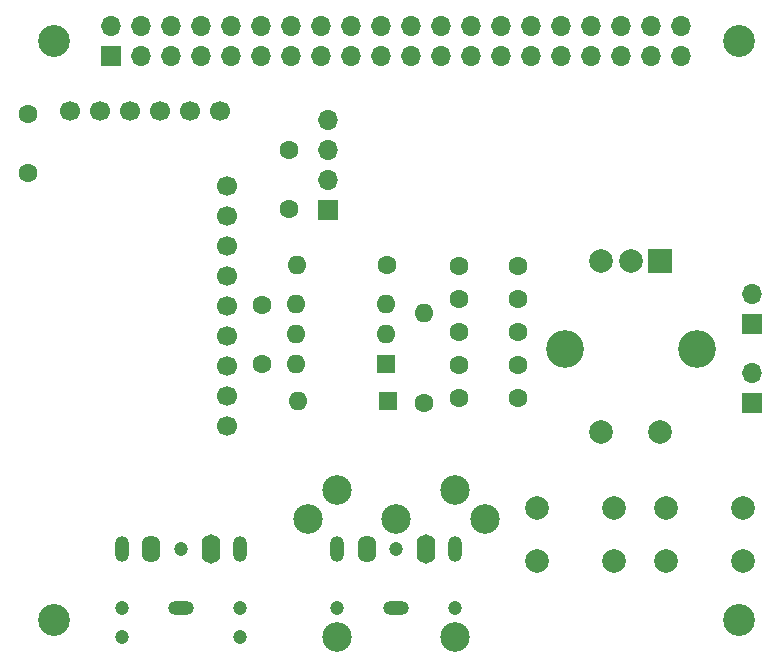
<source format=gts>
G04 #@! TF.GenerationSoftware,KiCad,Pcbnew,8.0.7*
G04 #@! TF.CreationDate,2025-09-13T14:37:32+01:00*
G04 #@! TF.ProjectId,RPi-MiniDexed-IOBoard,5250692d-4d69-46e6-9944-657865642d49,rev?*
G04 #@! TF.SameCoordinates,Original*
G04 #@! TF.FileFunction,Soldermask,Top*
G04 #@! TF.FilePolarity,Negative*
%FSLAX46Y46*%
G04 Gerber Fmt 4.6, Leading zero omitted, Abs format (unit mm)*
G04 Created by KiCad (PCBNEW 8.0.7) date 2025-09-13 14:37:32*
%MOMM*%
%LPD*%
G01*
G04 APERTURE LIST*
%ADD10C,2.700000*%
%ADD11C,2.000000*%
%ADD12R,2.000000X2.000000*%
%ADD13C,3.200000*%
%ADD14R,1.700000X1.700000*%
%ADD15O,1.700000X1.700000*%
%ADD16C,1.600000*%
%ADD17O,1.600000X1.600000*%
%ADD18C,1.700000*%
%ADD19R,1.600000X1.600000*%
%ADD20C,1.200000*%
%ADD21O,1.200000X2.200000*%
%ADD22O,1.600000X2.300000*%
%ADD23O,2.200000X1.200000*%
%ADD24O,1.600000X2.500000*%
%ADD25C,2.499360*%
G04 APERTURE END LIST*
D10*
X203500000Y-97500000D03*
X261500000Y-97500000D03*
X203500000Y-146500000D03*
X261500000Y-146500000D03*
D11*
X244405000Y-137046000D03*
X250905000Y-137046000D03*
X244405000Y-141546000D03*
X250905000Y-141546000D03*
D12*
X254852000Y-116121000D03*
D11*
X249852000Y-116121000D03*
X252352000Y-116121000D03*
D13*
X257952000Y-123621000D03*
X246752000Y-123621000D03*
D11*
X249852000Y-130621000D03*
X254852000Y-130621000D03*
D14*
X262602000Y-121475000D03*
D15*
X262602000Y-118935000D03*
D16*
X231712000Y-116496000D03*
D17*
X224092000Y-116496000D03*
D16*
X242852000Y-122171000D03*
X237852000Y-122171000D03*
X242852000Y-116571000D03*
X237852000Y-116571000D03*
D18*
X217552000Y-103421000D03*
X215012000Y-103421000D03*
X212472000Y-103421000D03*
X209932000Y-103421000D03*
X207392000Y-103421000D03*
X204852000Y-103421000D03*
X218187000Y-130091000D03*
X218187000Y-127551000D03*
X218187000Y-125011000D03*
X218187000Y-122471000D03*
X218187000Y-119931000D03*
X218187000Y-117391000D03*
X218187000Y-114851000D03*
X218187000Y-112311000D03*
X218187000Y-109771000D03*
D16*
X221102000Y-124821000D03*
X221102000Y-119821000D03*
D19*
X231777000Y-127971000D03*
D17*
X224157000Y-127971000D03*
D16*
X234877000Y-128121000D03*
D17*
X234877000Y-120501000D03*
D16*
X242852000Y-127771000D03*
X237852000Y-127771000D03*
D14*
X226752000Y-111786000D03*
D15*
X226752000Y-109246000D03*
X226752000Y-106706000D03*
X226752000Y-104166000D03*
D11*
X255327000Y-137046000D03*
X261827000Y-137046000D03*
X255327000Y-141546000D03*
X261827000Y-141546000D03*
D19*
X231602000Y-124896000D03*
D17*
X231602000Y-122356000D03*
X231602000Y-119816000D03*
X223982000Y-119816000D03*
X223982000Y-122356000D03*
X223982000Y-124896000D03*
D20*
X209277000Y-145482000D03*
X209277000Y-147982000D03*
X214277000Y-140482000D03*
X219277000Y-145482000D03*
X219277000Y-147982000D03*
D21*
X209277000Y-140482000D03*
D22*
X211777000Y-140482000D03*
D23*
X214277000Y-145482000D03*
D21*
X219277000Y-140482000D03*
D24*
X216777000Y-140482000D03*
D14*
X262602000Y-128146000D03*
D15*
X262602000Y-125606000D03*
D16*
X201327000Y-103721000D03*
X201327000Y-108721000D03*
X242852000Y-119371000D03*
X237852000Y-119371000D03*
D25*
X227510740Y-147997440D03*
D20*
X227512000Y-145489740D03*
X232512000Y-140489740D03*
X237512000Y-145489740D03*
D25*
X237513260Y-147997440D03*
X240010080Y-138002540D03*
X232512000Y-138000000D03*
D23*
X232512000Y-145489740D03*
D25*
X225013920Y-138002540D03*
D21*
X227512000Y-140489740D03*
D25*
X237508180Y-135500640D03*
X227515820Y-135500640D03*
D21*
X237512000Y-140489740D03*
D22*
X230012000Y-140489740D03*
D24*
X235012000Y-140489740D03*
D16*
X242852000Y-124971000D03*
X237852000Y-124971000D03*
X223427000Y-106771000D03*
X223427000Y-111771000D03*
D14*
X208370000Y-98770000D03*
D15*
X208370000Y-96230000D03*
X210910000Y-98770000D03*
X210910000Y-96230000D03*
X213450000Y-98770000D03*
X213450000Y-96230000D03*
X215990000Y-98770000D03*
X215990000Y-96230000D03*
X218530000Y-98770000D03*
X218530000Y-96230000D03*
X221070000Y-98770000D03*
X221070000Y-96230000D03*
X223610000Y-98770000D03*
X223610000Y-96230000D03*
X226150000Y-98770000D03*
X226150000Y-96230000D03*
X228690000Y-98770000D03*
X228690000Y-96230000D03*
X231230000Y-98770000D03*
X231230000Y-96230000D03*
X233770000Y-98770000D03*
X233770000Y-96230000D03*
X236310000Y-98770000D03*
X236310000Y-96230000D03*
X238850000Y-98770000D03*
X238850000Y-96230000D03*
X241390000Y-98770000D03*
X241390000Y-96230000D03*
X243930000Y-98770000D03*
X243930000Y-96230000D03*
X246470000Y-98770000D03*
X246470000Y-96230000D03*
X249010000Y-98770000D03*
X249010000Y-96230000D03*
X251550000Y-98770000D03*
X251550000Y-96230000D03*
X254090000Y-98770000D03*
X254090000Y-96230000D03*
X256630000Y-98770000D03*
X256630000Y-96230000D03*
M02*

</source>
